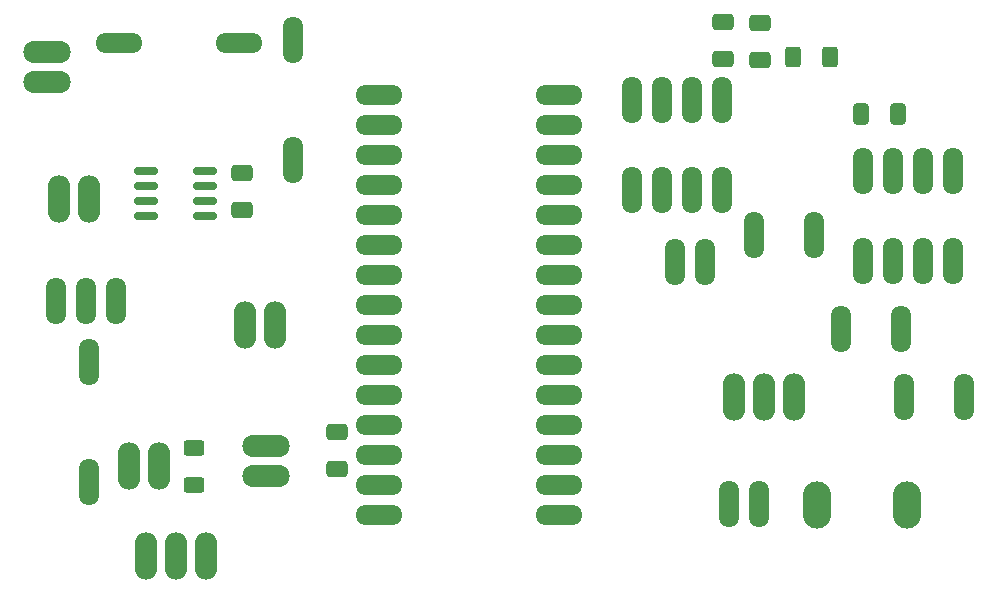
<source format=gbr>
%TF.GenerationSoftware,KiCad,Pcbnew,(6.0.7)*%
%TF.CreationDate,2023-04-14T13:01:04-04:00*%
%TF.ProjectId,NPN Tracer V2a,4e504e20-5472-4616-9365-72205632612e,rev?*%
%TF.SameCoordinates,Original*%
%TF.FileFunction,Soldermask,Top*%
%TF.FilePolarity,Negative*%
%FSLAX46Y46*%
G04 Gerber Fmt 4.6, Leading zero omitted, Abs format (unit mm)*
G04 Created by KiCad (PCBNEW (6.0.7)) date 2023-04-14 13:01:04*
%MOMM*%
%LPD*%
G01*
G04 APERTURE LIST*
G04 Aperture macros list*
%AMRoundRect*
0 Rectangle with rounded corners*
0 $1 Rounding radius*
0 $2 $3 $4 $5 $6 $7 $8 $9 X,Y pos of 4 corners*
0 Add a 4 corners polygon primitive as box body*
4,1,4,$2,$3,$4,$5,$6,$7,$8,$9,$2,$3,0*
0 Add four circle primitives for the rounded corners*
1,1,$1+$1,$2,$3*
1,1,$1+$1,$4,$5*
1,1,$1+$1,$6,$7*
1,1,$1+$1,$8,$9*
0 Add four rect primitives between the rounded corners*
20,1,$1+$1,$2,$3,$4,$5,0*
20,1,$1+$1,$4,$5,$6,$7,0*
20,1,$1+$1,$6,$7,$8,$9,0*
20,1,$1+$1,$8,$9,$2,$3,0*%
G04 Aperture macros list end*
%ADD10O,1.700000X4.000000*%
%ADD11O,1.900000X4.000000*%
%ADD12RoundRect,0.250000X-0.400000X-0.625000X0.400000X-0.625000X0.400000X0.625000X-0.400000X0.625000X0*%
%ADD13RoundRect,0.250000X0.650000X-0.412500X0.650000X0.412500X-0.650000X0.412500X-0.650000X-0.412500X0*%
%ADD14O,4.000000X1.700000*%
%ADD15RoundRect,0.250000X-0.625000X0.400000X-0.625000X-0.400000X0.625000X-0.400000X0.625000X0.400000X0*%
%ADD16O,4.000000X1.900000*%
%ADD17RoundRect,0.250000X-0.650000X0.412500X-0.650000X-0.412500X0.650000X-0.412500X0.650000X0.412500X0*%
%ADD18RoundRect,0.150000X-0.825000X-0.150000X0.825000X-0.150000X0.825000X0.150000X-0.825000X0.150000X0*%
%ADD19O,2.400000X4.000000*%
%ADD20RoundRect,0.250000X-0.412500X-0.650000X0.412500X-0.650000X0.412500X0.650000X-0.412500X0.650000X0*%
G04 APERTURE END LIST*
D10*
%TO.C,D3*%
X72644000Y-75755500D03*
X72644000Y-85915500D03*
%TD*%
%TO.C,D2*%
X55372000Y-113220500D03*
X55372000Y-103060500D03*
%TD*%
D11*
%TO.C,Q1*%
X115125500Y-106031000D03*
X112585500Y-106031000D03*
X110045500Y-106031000D03*
%TD*%
D10*
%TO.C,R3*%
X111683000Y-92265500D03*
X116763000Y-92265500D03*
%TD*%
D11*
%TO.C,D1*%
X61346000Y-111887000D03*
X58806000Y-111887000D03*
%TD*%
D10*
%TO.C,U2*%
X120914000Y-94488000D03*
X123454000Y-94488000D03*
X125994000Y-94488000D03*
X128534000Y-94488000D03*
X128534000Y-86868000D03*
X125994000Y-86868000D03*
X123454000Y-86868000D03*
X120914000Y-86868000D03*
%TD*%
D12*
%TO.C,R1*%
X114998500Y-77216000D03*
X118098500Y-77216000D03*
%TD*%
D13*
%TO.C,C4*%
X76390500Y-112116000D03*
X76390500Y-108991000D03*
%TD*%
D14*
%TO.C,D4*%
X57975500Y-76009500D03*
X68135500Y-76009500D03*
%TD*%
D15*
%TO.C,R2*%
X64325500Y-110337000D03*
X64325500Y-113437000D03*
%TD*%
D10*
%TO.C,J2*%
X107569000Y-94615000D03*
X105029000Y-94615000D03*
%TD*%
D11*
%TO.C,C8*%
X52885849Y-89281000D03*
X55385849Y-89281000D03*
%TD*%
%TO.C,C2*%
X68633849Y-99949000D03*
X71133849Y-99949000D03*
%TD*%
%TO.C,U1*%
X60193000Y-119499500D03*
X62733000Y-119499500D03*
X65273000Y-119499500D03*
%TD*%
D13*
%TO.C,C7*%
X68326000Y-90170000D03*
X68326000Y-87045000D03*
%TD*%
D16*
%TO.C,C3*%
X70421500Y-112672500D03*
X70421500Y-110172500D03*
%TD*%
D17*
%TO.C,C6*%
X109093000Y-74281500D03*
X109093000Y-77406500D03*
%TD*%
D18*
%TO.C,U4*%
X60263000Y-86868000D03*
X60263000Y-88138000D03*
X60263000Y-89408000D03*
X60263000Y-90678000D03*
X65213000Y-90678000D03*
X65213000Y-89408000D03*
X65213000Y-88138000D03*
X65213000Y-86868000D03*
%TD*%
D16*
%TO.C,C9*%
X51879500Y-76835000D03*
X51879500Y-79335000D03*
%TD*%
D10*
%TO.C,U3*%
X108956000Y-80845500D03*
X106416000Y-80845500D03*
X103876000Y-80845500D03*
X101336000Y-80845500D03*
X101336000Y-88465500D03*
X103876000Y-88465500D03*
X106416000Y-88465500D03*
X108956000Y-88465500D03*
%TD*%
%TO.C,R5*%
X124142500Y-100266500D03*
X119062500Y-100266500D03*
%TD*%
%TO.C,J3*%
X57658000Y-97917000D03*
X55118000Y-97917000D03*
X52578000Y-97917000D03*
%TD*%
D19*
%TO.C,R6*%
X117015500Y-115189000D03*
X124635500Y-115189000D03*
%TD*%
D10*
%TO.C,R4*%
X129490000Y-105981500D03*
X124410000Y-105981500D03*
%TD*%
D14*
%TO.C,TB1*%
X95186500Y-116014500D03*
X95186500Y-113474500D03*
X95186500Y-110934500D03*
X95186500Y-108394500D03*
X95186500Y-105854500D03*
X95186500Y-103314500D03*
X95186500Y-100774500D03*
X95186500Y-98234500D03*
X95186500Y-95694500D03*
X95186500Y-93154500D03*
X95186500Y-90614500D03*
X95186500Y-88074500D03*
X95186500Y-85534500D03*
X95186500Y-82994500D03*
X95186500Y-80454500D03*
X79946500Y-80454500D03*
X79946500Y-82994500D03*
X79946500Y-85534500D03*
X79946500Y-88074500D03*
X79946500Y-90614500D03*
X79946500Y-93154500D03*
X79946500Y-95694500D03*
X79946500Y-98234500D03*
X79946500Y-100774500D03*
X79946500Y-103314500D03*
X79946500Y-105854500D03*
X79946500Y-108394500D03*
X79946500Y-110934500D03*
X79946500Y-113474500D03*
X79946500Y-116014500D03*
%TD*%
D10*
%TO.C,J1*%
X109596000Y-115062000D03*
X112136000Y-115062000D03*
%TD*%
D20*
%TO.C,C1*%
X120763500Y-82042000D03*
X123888500Y-82042000D03*
%TD*%
D17*
%TO.C,C5*%
X112204500Y-74320000D03*
X112204500Y-77445000D03*
%TD*%
M02*

</source>
